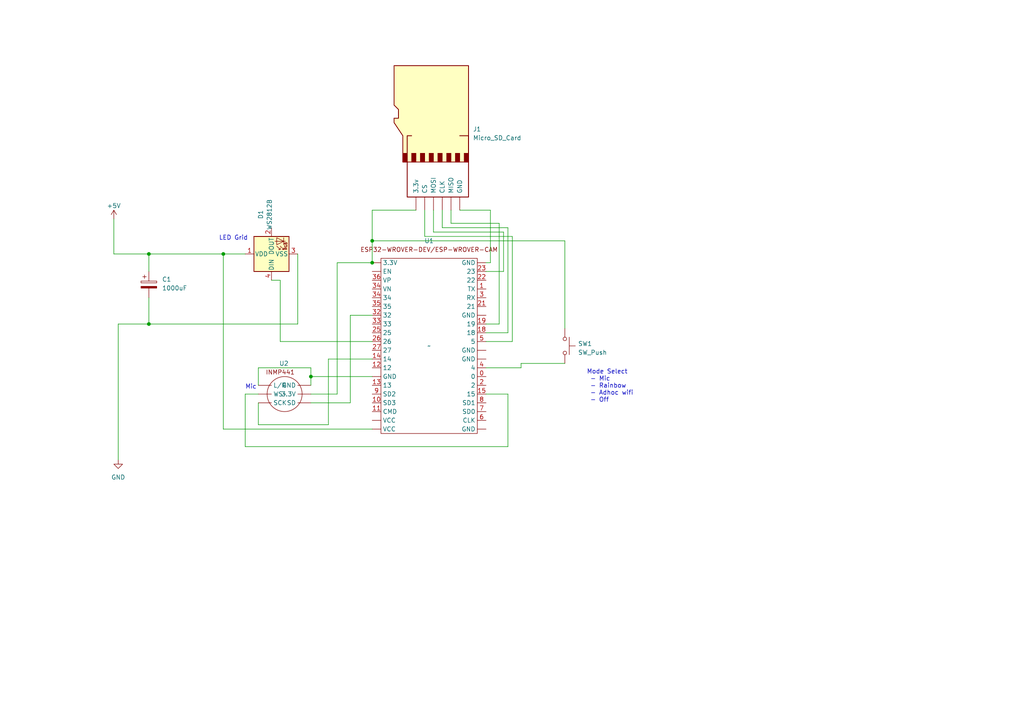
<source format=kicad_sch>
(kicad_sch (version 20230121) (generator eeschema)
  (paper "A4")
  (lib_symbols
    (symbol "Device:C_Polarized" (pin_numbers hide) (pin_names (offset 0.254))
      (property "Reference" "C" (at 0.635 2.54 0))
      (property "Value" "C_Polarized" (at 0.635 -2.54 0))
      (symbol "C_Polarized_0_1"
        (rectangle (start -2.286 0.508) (end 2.286 1.016))
        (polyline (pts (xy -1.778 2.286) (xy -0.762 2.286)))
        (polyline (pts (xy -1.27 2.794) (xy -1.27 1.778)))
        (rectangle (start 2.286 -0.508) (end -2.286 -1.016) (fill (type outline)))
      )
      (symbol "C_Polarized_1_1"
        (pin passive line (at 0 3.81 270) (length 2.794) (name "~") (number "1"))
        (pin passive line (at 0 -3.81 90) (length 2.794) (name "~") (number "2"))
      )
    )
    (symbol "ESP32-Cam:ESP-VROVER-CAM"
      (property "Reference" "U" (at -19.05 30.48 0))
      (symbol "ESP-VROVER-CAM_0_1"
        (rectangle (start -13.97 25.4) (end 13.97 -25.4))
      )
      (symbol "ESP-VROVER-CAM_1_1"
        (text "ESP32-WROVER-DEV/ESP-WROVER-CAM" (at 0 27.94 0) (effects (font (size 1.27 1.27))))
        (text private "https://raw.githubusercontent.com/Freenove/Freenove_ESP32_WROVER_Board/main/ESP32_Pinout.png" (at 0 -30.48 0) (effects (font (size 1.27 1.27))))
        (text private "Pin nubmers are their Arduino GPIO ID" (at 0 -27.94 0) (effects (font (size 1.27 1.27))))
        (pin power_in line (at -16.51 24.13 0) (length 2.54) (name "3.3V") (number ""))
        (pin bidirectional line (at -16.51 21.59 0) (length 2.54) (name "EN") (number ""))
        (pin power_out line (at -16.51 -8.89 0) (length 2.54) (name "GND") (number ""))
        (pin power_out line (at 16.51 -24.13 180) (length 2.54) (name "GND") (number ""))
        (pin power_out line (at 16.51 -3.81 180) (length 2.54) (name "GND") (number ""))
        (pin power_out line (at 16.51 -1.27 180) (length 2.54) (name "GND") (number ""))
        (pin power_out line (at 16.51 8.89 180) (length 2.54) (name "GND") (number ""))
        (pin power_out line (at 16.51 24.13 180) (length 2.54) (name "GND") (number ""))
        (pin power_out line (at -16.51 -24.13 0) (length 2.54) (name "VCC") (number ""))
        (pin power_out line (at -16.51 -21.59 0) (length 2.54) (name "VCC") (number ""))
        (pin bidirectional line (at 16.51 -8.89 180) (length 2.54) (name "0") (number "0"))
        (pin bidirectional line (at 16.51 16.51 180) (length 2.54) (name "TX") (number "1"))
        (pin bidirectional line (at -16.51 -16.51 0) (length 2.54) (name "SD3") (number "10"))
        (pin bidirectional line (at -16.51 -19.05 0) (length 2.54) (name "CMD") (number "11"))
        (pin bidirectional line (at -16.51 -6.35 0) (length 2.54) (name "12") (number "12"))
        (pin bidirectional line (at -16.51 -11.43 0) (length 2.54) (name "13") (number "13"))
        (pin bidirectional line (at -16.51 -3.81 0) (length 2.54) (name "14") (number "14"))
        (pin bidirectional line (at 16.51 -13.97 180) (length 2.54) (name "15") (number "15"))
        (pin bidirectional line (at 16.51 3.81 180) (length 2.54) (name "18") (number "18"))
        (pin bidirectional line (at 16.51 6.35 180) (length 2.54) (name "19") (number "19"))
        (pin bidirectional line (at 16.51 -11.43 180) (length 2.54) (name "2") (number "2"))
        (pin bidirectional line (at 16.51 11.43 180) (length 2.54) (name "21") (number "21"))
        (pin bidirectional line (at 16.51 19.05 180) (length 2.54) (name "22") (number "22"))
        (pin bidirectional line (at 16.51 21.59 180) (length 2.54) (name "23") (number "23"))
        (pin bidirectional line (at -16.51 3.81 0) (length 2.54) (name "25") (number "25"))
        (pin bidirectional line (at -16.51 1.27 0) (length 2.54) (name "26") (number "26"))
        (pin bidirectional line (at -16.51 -1.27 0) (length 2.54) (name "27") (number "27"))
        (pin bidirectional line (at 16.51 13.97 180) (length 2.54) (name "RX") (number "3"))
        (pin bidirectional line (at -16.51 8.89 0) (length 2.54) (name "32") (number "32"))
        (pin bidirectional line (at -16.51 6.35 0) (length 2.54) (name "33") (number "33"))
        (pin bidirectional line (at -16.51 13.97 0) (length 2.54) (name "34") (number "34"))
        (pin bidirectional line (at -16.51 16.51 0) (length 2.54) (name "VN") (number "34"))
        (pin bidirectional line (at -16.51 11.43 0) (length 2.54) (name "35") (number "35"))
        (pin bidirectional line (at -16.51 19.05 0) (length 2.54) (name "VP") (number "36"))
        (pin bidirectional line (at 16.51 -6.35 180) (length 2.54) (name "4") (number "4"))
        (pin bidirectional line (at 16.51 1.27 180) (length 2.54) (name "5") (number "5"))
        (pin bidirectional line (at 16.51 -21.59 180) (length 2.54) (name "CLK") (number "6"))
        (pin bidirectional line (at 16.51 -19.05 180) (length 2.54) (name "SD0") (number "7"))
        (pin bidirectional line (at 16.51 -16.51 180) (length 2.54) (name "SD1") (number "8"))
        (pin bidirectional line (at -16.51 -13.97 0) (length 2.54) (name "SD2") (number "9"))
      )
    )
    (symbol "INMP441:INMP441"
      (property "Reference" "U" (at -5.08 8.89 0))
      (symbol "INMP441_0_1"
        (circle (center 0 0) (radius 5.08))
      )
      (symbol "INMP441_1_1"
        (text "INMP441" (at -1.27 6.35 0) (effects (font (size 1.27 1.27))))
        (pin power_in line (at 7.62 0 180) (length 3.81) (name "3.3V") (number ""))
        (pin power_out line (at 7.62 2.54 180) (length 3.81) (name "GND") (number ""))
        (pin input line (at -7.62 2.54 0) (length 3.81) (name "L/R") (number ""))
        (pin input line (at -7.62 -2.54 0) (length 3.81) (name "SCK") (number ""))
        (pin output line (at 7.62 -2.54 180) (length 3.81) (name "SD") (number ""))
        (pin input line (at -7.62 0 0) (length 3.81) (name "WS") (number ""))
      )
    )
    (symbol "LED:WS2812B" (pin_names (offset 0.254))
      (property "Reference" "D" (at 5.08 5.715 0))
      (property "Value" "WS2812B" (at 1.27 -5.715 0))
      (symbol "WS2812B_0_0"
        (text "RGB" (at 2.286 -4.191 0) (effects (font (size 0.762 0.762))))
      )
      (symbol "WS2812B_0_1"
        (polyline (pts (xy 1.27 -3.556) (xy 1.778 -3.556)))
        (polyline (pts (xy 1.27 -2.54) (xy 1.778 -2.54)))
        (polyline (pts (xy 4.699 -3.556) (xy 2.667 -3.556)))
        (polyline (pts (xy 2.286 -2.54) (xy 1.27 -3.556) (xy 1.27 -3.048)))
        (polyline (pts (xy 2.286 -1.524) (xy 1.27 -2.54) (xy 1.27 -2.032)))
        (polyline (pts (xy 3.683 -1.016) (xy 3.683 -3.556) (xy 3.683 -4.064)))
        (polyline (pts (xy 4.699 -1.524) (xy 2.667 -1.524) (xy 3.683 -3.556) (xy 4.699 -1.524)))
        (rectangle (start 5.08 5.08) (end -5.08 -5.08) (stroke (width 0.254)) (fill (type background)))
      )
      (symbol "WS2812B_1_1"
        (pin power_in line (at 0 7.62 270) (length 2.54) (name "VDD") (number "1"))
        (pin output line (at 7.62 0 180) (length 2.54) (name "DOUT") (number "2"))
        (pin power_in line (at 0 -7.62 90) (length 2.54) (name "VSS") (number "3"))
        (pin input line (at -7.62 0 0) (length 2.54) (name "DIN") (number "4"))
      )
    )
    (symbol "SD-Card-Reader:Micro_SD_Card" (pin_names (offset 1.016))
      (property "Reference" "J" (at -16.51 15.24 0))
      (property "Value" "Micro_SD_Card" (at 16.51 15.24 0))
      (symbol "Micro_SD_Card_0_1"
        (polyline (pts (xy 8.89 7.62) (xy 8.89 8.89) (xy -8.89 8.89) (xy -8.89 -8.89) (xy 8.89 -8.89) (xy 8.89 -6.35)) (stroke (width 0.254)))
        (polyline (pts (xy 1.27 -8.89) (xy 1.27 10.16) (xy 8.89 10.16) (xy 12.7 12.7) (xy 13.97 12.7) (xy 13.97 11.43) (xy 16.51 11.43) (xy 17.78 12.7) (xy 29.21 12.7) (xy 29.21 -8.89) (xy 1.27 -8.89)) (stroke (width 0.254)) (fill (type background)))
        (rectangle (start 1.27 -7.62) (end 3.81 -8.89) (fill (type outline)))
        (rectangle (start 1.27 -5.08) (end 3.81 -6.35) (fill (type outline)))
        (rectangle (start 1.27 -2.54) (end 3.81 -3.81) (fill (type outline)))
        (rectangle (start 1.27 0) (end 3.81 -1.27) (fill (type outline)))
        (rectangle (start 1.27 2.54) (end 3.81 1.27) (fill (type outline)))
        (rectangle (start 1.27 5.08) (end 3.81 3.81) (fill (type outline)))
        (rectangle (start 1.27 7.62) (end 3.81 6.35) (fill (type outline)))
        (rectangle (start 1.27 10.16) (end 3.81 8.89) (fill (type outline)))
      )
      (symbol "Micro_SD_Card_1_1"
        (text private "https://randomnerdtutorials.com/esp32-microsd-card-arduino/" (at 0 -25.4 0) (effects (font (size 1.27 1.27))))
        (pin power_in line (at -12.7 6.35 0) (length 3.81) (name "3.3v") (number ""))
        (pin input line (at -12.7 -1.27 0) (length 3.81) (name "CLK") (number ""))
        (pin input line (at -12.7 3.81 0) (length 3.81) (name "CS") (number ""))
        (pin power_out line (at -12.7 -6.35 0) (length 3.81) (name "GND") (number ""))
        (pin output line (at -12.7 -3.81 0) (length 3.81) (name "MISO") (number ""))
        (pin input line (at -12.7 1.27 0) (length 3.81) (name "MOSI") (number ""))
      )
    )
    (symbol "Switch:SW_Push" (pin_numbers hide) (pin_names (offset 1.016) hide)
      (property "Reference" "SW" (at 1.27 2.54 0))
      (property "Value" "SW_Push" (at 0 -1.524 0))
      (symbol "SW_Push_0_1"
        (circle (center -2.032 0) (radius 0.508))
        (polyline (pts (xy 0 1.27) (xy 0 3.048)))
        (polyline (pts (xy 2.54 1.27) (xy -2.54 1.27)))
        (circle (center 2.032 0) (radius 0.508))
        (pin passive line (at -5.08 0 0) (length 2.54) (name "1") (number "1"))
        (pin passive line (at 5.08 0 180) (length 2.54) (name "2") (number "2"))
      )
    )
    (symbol "power:+5V" (power) (pin_names (offset 0))
      (property "Value" "+5V" (at 0 3.556 0))
      (symbol "+5V_0_1"
        (polyline (pts (xy -0.762 1.27) (xy 0 2.54)))
        (polyline (pts (xy 0 0) (xy 0 2.54)))
        (polyline (pts (xy 0 2.54) (xy 0.762 1.27)))
      )
      (symbol "+5V_1_1"
        (pin power_in line (at 0 0 90) (length 0) hide (name "+5V") (number "1"))
      )
    )
    (symbol "power:GND" (power) (pin_names (offset 0))
      (property "Value" "GND" (at 0 -3.81 0))
      (symbol "GND_0_1"
        (polyline (pts (xy 0 0) (xy 0 -1.27) (xy 1.27 -1.27) (xy 0 -2.54) (xy -1.27 -1.27) (xy 0 -1.27)))
      )
      (symbol "GND_1_1"
        (pin power_in line (at 0 0 270) (length 0) hide (name "GND") (number "1"))
      )
    )
  )
  (junction (at 107.95 69.85))
  (junction (at 107.95 76.2))
  (junction (at 64.77 73.66))
  (junction (at 43.18 93.98))
  (junction (at 90.17 109.22))
  (junction (at 43.18 73.66))
  (wire (pts (xy 147.32 114.3) (xy 147.32 129.54)))
  (wire (pts (xy 107.95 69.85) (xy 163.83 69.85)))
  (wire (pts (xy 140.97 78.74) (xy 146.05 78.74)))
  (wire (pts (xy 64.77 73.66) (xy 64.77 124.46)))
  (wire (pts (xy 163.83 69.85) (xy 163.83 95.25)))
  (wire (pts (xy 43.18 93.98) (xy 86.36 93.98)))
  (wire (pts (xy 107.95 104.14) (xy 95.25 104.14)))
  (wire (pts (xy 101.6 116.84) (xy 90.17 116.84)))
  (wire (pts (xy 101.6 91.44) (xy 101.6 116.84)))
  (wire (pts (xy 120.65 60.96) (xy 107.95 60.96)))
  (wire (pts (xy 123.19 68.58) (xy 123.19 60.96)))
  (wire (pts (xy 90.17 114.3) (xy 97.79 114.3)))
  (wire (pts (xy 125.73 67.31) (xy 146.05 67.31)))
  (wire (pts (xy 81.28 81.28) (xy 78.74 81.28)))
  (wire (pts (xy 147.32 96.52) (xy 140.97 96.52)))
  (wire (pts (xy 74.93 106.68) (xy 74.93 111.76)))
  (wire (pts (xy 140.97 114.3) (xy 147.32 114.3)))
  (wire (pts (xy 151.13 106.68) (xy 140.97 106.68)))
  (wire (pts (xy 90.17 106.68) (xy 74.93 106.68)))
  (wire (pts (xy 33.02 73.66) (xy 33.02 63.5)))
  (wire (pts (xy 142.24 76.2) (xy 140.97 76.2)))
  (wire (pts (xy 130.81 64.77) (xy 144.78 64.77)))
  (wire (pts (xy 71.12 73.66) (xy 64.77 73.66)))
  (wire (pts (xy 43.18 86.36) (xy 43.18 93.98)))
  (wire (pts (xy 163.83 105.41) (xy 151.13 105.41)))
  (wire (pts (xy 74.93 116.84) (xy 74.93 123.19)))
  (wire (pts (xy 144.78 93.98) (xy 140.97 93.98)))
  (wire (pts (xy 146.05 67.31) (xy 146.05 78.74)))
  (wire (pts (xy 107.95 60.96) (xy 107.95 69.85)))
  (wire (pts (xy 71.12 129.54) (xy 71.12 114.3)))
  (wire (pts (xy 144.78 64.77) (xy 144.78 93.98)))
  (wire (pts (xy 148.59 68.58) (xy 123.19 68.58)))
  (wire (pts (xy 128.27 66.04) (xy 147.32 66.04)))
  (wire (pts (xy 107.95 109.22) (xy 90.17 109.22)))
  (wire (pts (xy 133.35 60.96) (xy 142.24 60.96)))
  (wire (pts (xy 107.95 99.06) (xy 81.28 99.06)))
  (wire (pts (xy 97.79 76.2) (xy 97.79 114.3)))
  (wire (pts (xy 34.29 93.98) (xy 43.18 93.98)))
  (wire (pts (xy 43.18 73.66) (xy 33.02 73.66)))
  (wire (pts (xy 34.29 93.98) (xy 34.29 133.35)))
  (wire (pts (xy 142.24 60.96) (xy 142.24 76.2)))
  (wire (pts (xy 107.95 91.44) (xy 101.6 91.44)))
  (wire (pts (xy 140.97 99.06) (xy 148.59 99.06)))
  (wire (pts (xy 148.59 99.06) (xy 148.59 68.58)))
  (wire (pts (xy 64.77 124.46) (xy 107.95 124.46)))
  (wire (pts (xy 151.13 105.41) (xy 151.13 106.68)))
  (wire (pts (xy 107.95 69.85) (xy 107.95 76.2)))
  (wire (pts (xy 43.18 73.66) (xy 43.18 78.74)))
  (wire (pts (xy 147.32 129.54) (xy 71.12 129.54)))
  (wire (pts (xy 125.73 60.96) (xy 125.73 67.31)))
  (wire (pts (xy 95.25 104.14) (xy 95.25 123.19)))
  (wire (pts (xy 90.17 109.22) (xy 90.17 106.68)))
  (wire (pts (xy 90.17 109.22) (xy 90.17 111.76)))
  (wire (pts (xy 130.81 60.96) (xy 130.81 64.77)))
  (wire (pts (xy 71.12 114.3) (xy 74.93 114.3)))
  (wire (pts (xy 107.95 76.2) (xy 97.79 76.2)))
  (wire (pts (xy 81.28 81.28) (xy 81.28 99.06)))
  (wire (pts (xy 147.32 66.04) (xy 147.32 96.52)))
  (wire (pts (xy 64.77 73.66) (xy 43.18 73.66)))
  (wire (pts (xy 95.25 123.19) (xy 74.93 123.19)))
  (wire (pts (xy 86.36 93.98) (xy 86.36 73.66)))
  (wire (pts (xy 128.27 60.96) (xy 128.27 66.04)))
  (text "Mic" (at 71.12 113.03 0) (effects (font (size 1.27 1.27)) (justify left bottom)))
  (text "Mode Select\n - Mic\n - Rainbow\n - Adhoc wifi\n - Off" (at 170.18 116.84 0) (effects (font (size 1.27 1.27)) (justify left bottom)))
  (text "LED Grid" (at 63.5 69.85 0) (effects (font (size 1.27 1.27)) (justify left bottom)))
  (symbol (lib_id "power:GND") (at 34.29 133.35 0) (unit 1)
    (property "Reference" "#PWR02" (effects hide))
    (property "Value" "GND" (at 34.29 138.43 0))
  )
  (symbol (lib_id "Device:C_Polarized") (at 43.18 82.55 0) (unit 1)
    (property "Reference" "C1" (at 46.99 81.026 0) (effects (justify left)))
    (property "Value" "1000uF" (at 46.99 83.566 0) (effects (justify left)))
  )
  (symbol (lib_id "INMP441:INMP441") (at 82.55 114.3 0) (unit 1)
    (property "Reference" "U2" (at 82.3479 105.41 0))
    (property "Value" "~" (at 82.55 114.3 0))
  )
  (symbol (lib_id "power:+5V") (at 33.02 63.5 0) (unit 1)
    (property "Reference" "#PWR01" (effects hide))
    (property "Value" "+5V" (at 33.02 59.69 0))
  )
  (symbol (lib_id "Switch:SW_Push") (at 163.83 100.33 270) (unit 1)
    (property "Reference" "SW1" (at 167.64 99.695 90) (effects (justify left)))
    (property "Value" "SW_Push" (at 167.64 102.235 90) (effects (justify left)))
  )
  (symbol (lib_id "LED:WS2812B") (at 78.74 73.66 90) (unit 1)
    (property "Reference" "D1" (at 75.6159 62.23 0))
    (property "Value" "WS2812B" (at 78.1559 62.23 0))
    (property "Footprint" "LED_SMD:LED_WS2812B_PLCC4_5.0x5.0mm_P3.2mm" (effects hide))
    (property "Datasheet" "https://cdn-shop.adafruit.com/datasheets/WS2812B.pdf" (effects hide))
  )
  (symbol (lib_id "SD-Card-Reader:Micro_SD_Card") (at 127 48.26 90) (unit 1)
    (property "Reference" "J1" (at 137.16 37.465 90) (effects (justify right)))
    (property "Value" "Micro_SD_Card" (at 137.16 40.005 90) (effects (justify right)))
    (property "Datasheet" "https://arduino.stackexchange.com/questions/68707/what-do-these-pins-mean-where-should-i-plug-them-in" (effects hide))
  )
  (symbol (lib_id "ESP32-Cam:ESP-VROVER-CAM") (at 124.46 100.33 0) (unit 1)
    (property "Reference" "U1" (at 124.46 69.85 0))
    (property "Value" "~" (at 124.46 100.33 0))
  )
)
</source>
